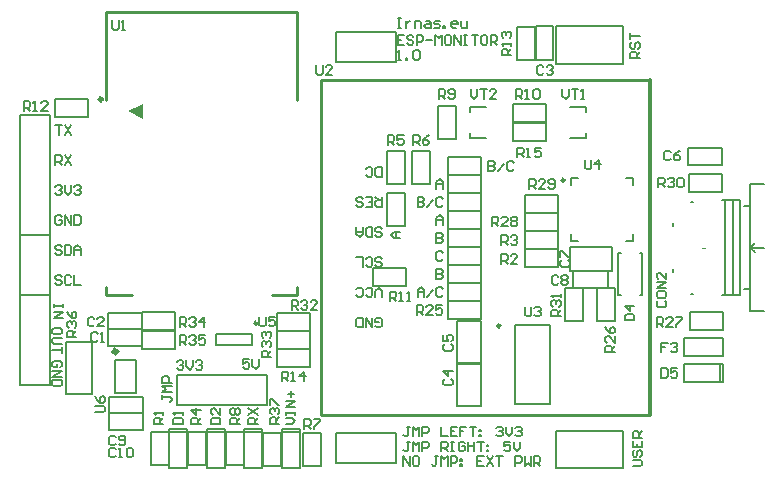
<source format=gto>
G04*
G04 #@! TF.GenerationSoftware,Altium Limited,Altium Designer,19.0.5 (141)*
G04*
G04 Layer_Color=65535*
%FSAX25Y25*%
%MOIN*%
G70*
G01*
G75*
%ADD10C,0.00984*%
%ADD11C,0.01575*%
%ADD12C,0.01181*%
%ADD13C,0.00394*%
%ADD14C,0.00787*%
%ADD15C,0.01000*%
%ADD16C,0.00315*%
%ADD17C,0.00709*%
G36*
X0397224Y0242284D02*
X0402224Y0239784D01*
Y0244783D01*
X0397224Y0242284D01*
D02*
G37*
D10*
X0440276Y0171634D02*
G03*
X0440276Y0171634I-0000492J0000000D01*
G01*
X0542658Y0219351D02*
G03*
X0542658Y0219351I-0000492J0000000D01*
G01*
X0521317Y0170786D02*
G03*
X0521317Y0170786I-0000492J0000000D01*
G01*
D11*
X0393541Y0162200D02*
G03*
X0393541Y0162200I-0000623J0000000D01*
G01*
D12*
X0388681Y0246319D02*
G03*
X0388681Y0246319I-0000591J0000000D01*
G01*
X0571260Y0141063D02*
Y0252716D01*
D13*
X0561753Y0179732D02*
G03*
X0561753Y0179732I-0000197J0000000D01*
G01*
D14*
X0489500Y0203953D02*
Y0214953D01*
X0483500D02*
X0489500D01*
X0483500Y0203953D02*
Y0214953D01*
Y0203953D02*
X0489500D01*
X0503785Y0227155D02*
X0514785D01*
X0503785Y0221155D02*
Y0227155D01*
Y0221155D02*
X0514785D01*
Y0227155D01*
X0503785Y0221155D02*
X0514785D01*
X0503785Y0215155D02*
Y0221155D01*
Y0215155D02*
X0514785D01*
Y0221155D01*
X0503785Y0215188D02*
X0514785D01*
X0503785Y0209188D02*
Y0215188D01*
Y0209188D02*
X0514785D01*
Y0215188D01*
X0503785Y0191217D02*
X0514785D01*
X0503785Y0185217D02*
Y0191217D01*
Y0185217D02*
X0514785D01*
Y0191217D01*
X0503785Y0185112D02*
X0514785D01*
X0503785Y0179112D02*
Y0185112D01*
Y0179112D02*
X0514785D01*
Y0185112D01*
X0401902Y0169567D02*
Y0175067D01*
X0390402D02*
X0401902D01*
X0390402Y0169567D02*
Y0175067D01*
Y0169567D02*
X0401902D01*
Y0164185D02*
Y0169685D01*
X0390402D02*
X0401902D01*
X0390402Y0164185D02*
Y0169685D01*
Y0164185D02*
X0401902D01*
X0402000Y0175229D02*
X0413000D01*
X0402000Y0169229D02*
Y0175229D01*
Y0169229D02*
X0413000D01*
Y0175229D01*
X0402000Y0169220D02*
X0413000D01*
X0402000Y0163221D02*
Y0169220D01*
Y0163221D02*
X0413000D01*
Y0169220D01*
X0447021Y0157100D02*
X0458021D01*
Y0163100D01*
X0447021D02*
X0458021D01*
X0447021Y0157100D02*
Y0163100D01*
Y0169024D02*
X0458021D01*
X0447021Y0163024D02*
Y0169024D01*
Y0163024D02*
X0458021D01*
Y0169024D01*
X0447021Y0175024D02*
X0458021D01*
X0447021Y0169024D02*
Y0175024D01*
Y0169024D02*
X0458021D01*
Y0175024D01*
X0426398Y0164252D02*
X0438602D01*
X0426398Y0168189D02*
X0438602D01*
X0426398Y0164252D02*
Y0168189D01*
X0438602Y0164252D02*
Y0168189D01*
X0443500Y0144500D02*
Y0154500D01*
X0413500Y0144500D02*
X0443500D01*
X0413500Y0154500D02*
X0443500D01*
X0413500Y0144500D02*
Y0154500D01*
X0392875Y0148464D02*
Y0159444D01*
Y0148464D02*
X0392918Y0148421D01*
X0399961D01*
Y0159444D01*
X0392875D02*
X0399961D01*
X0376369Y0147939D02*
Y0165261D01*
Y0147939D02*
X0385031D01*
Y0165261D01*
X0376369D02*
X0385031D01*
X0390744Y0141575D02*
Y0147075D01*
Y0141575D02*
X0402244D01*
Y0147075D01*
X0390744D02*
X0402244D01*
X0390744Y0136075D02*
Y0141575D01*
Y0136075D02*
X0402244D01*
Y0141575D01*
X0390744D02*
X0402244D01*
X0448468Y0136272D02*
X0454468D01*
X0448468Y0135272D02*
X0454468D01*
Y0123272D02*
Y0136272D01*
X0448468Y0123272D02*
X0454468D01*
X0448468D02*
Y0136272D01*
X0448225Y0124165D02*
Y0135165D01*
X0442226D02*
X0448225D01*
X0442226Y0124165D02*
Y0135165D01*
Y0124165D02*
X0448225D01*
X0435983Y0136370D02*
X0441983D01*
X0435983Y0135370D02*
X0441983D01*
Y0123370D02*
Y0136370D01*
X0435983Y0123370D02*
X0441983D01*
X0435983D02*
Y0136370D01*
X0435740Y0124370D02*
Y0135370D01*
X0429740D02*
X0435740D01*
X0429740Y0124370D02*
Y0135370D01*
Y0124370D02*
X0435740D01*
X0423497Y0136370D02*
X0429497D01*
X0423497Y0135370D02*
X0429497D01*
Y0123370D02*
Y0136370D01*
X0423497Y0123370D02*
X0429497D01*
X0423497D02*
Y0136370D01*
X0417254Y0124370D02*
Y0135370D01*
Y0124370D02*
X0423254D01*
Y0135370D01*
X0417254D02*
X0423254D01*
X0411011Y0136370D02*
X0417011D01*
X0411011Y0135370D02*
X0417011D01*
Y0123370D02*
Y0136370D01*
X0411011Y0123370D02*
X0417011D01*
X0411011D02*
Y0136370D01*
X0404768Y0124370D02*
Y0135370D01*
Y0124370D02*
X0410768D01*
Y0135370D01*
X0404768D02*
X0410768D01*
X0373000Y0240500D02*
X0384000D01*
Y0246500D01*
X0373000D02*
X0384000D01*
X0373000Y0240500D02*
Y0246500D01*
X0466380Y0258780D02*
X0486380D01*
Y0268779D01*
X0466380D02*
X0486380D01*
X0466380Y0258780D02*
Y0268779D01*
X0498000Y0218000D02*
Y0229000D01*
X0492000D02*
X0498000D01*
X0492000Y0218000D02*
Y0229000D01*
Y0218000D02*
X0498000D01*
X0489500D02*
Y0229000D01*
X0483500D02*
X0489500D01*
X0483500Y0218000D02*
Y0229000D01*
Y0218000D02*
X0489500D01*
X0525402Y0232329D02*
X0536402D01*
Y0238329D01*
X0525402D02*
X0536402D01*
X0525402Y0232329D02*
Y0238329D01*
X0511136Y0242077D02*
Y0243849D01*
Y0233402D02*
Y0235187D01*
Y0233416D02*
X0516451D01*
X0511136Y0243849D02*
X0516451D01*
X0525402Y0244595D02*
X0536402D01*
X0525402Y0238595D02*
Y0244595D01*
Y0238595D02*
X0536402D01*
Y0244595D01*
X0544421Y0197039D02*
X0558421D01*
X0544421Y0189039D02*
Y0197039D01*
Y0189039D02*
X0558421D01*
Y0197039D01*
X0529501Y0208521D02*
X0540501D01*
X0529501Y0202520D02*
Y0208521D01*
Y0202520D02*
X0540501D01*
Y0208521D01*
X0529501Y0214426D02*
X0540501D01*
X0529501Y0208426D02*
Y0214426D01*
Y0208426D02*
X0540501D01*
Y0214426D01*
X0529501Y0196500D02*
X0540501D01*
Y0202500D01*
X0529501D02*
X0540501D01*
X0529501Y0196500D02*
Y0202500D01*
Y0190315D02*
X0540501D01*
Y0196315D01*
X0529501D02*
X0540501D01*
X0529501Y0190315D02*
Y0196315D01*
X0545571Y0183470D02*
Y0188970D01*
Y0183470D02*
X0557071D01*
Y0188970D01*
X0545571D02*
X0557071D01*
X0559500Y0172500D02*
Y0183500D01*
X0553500D02*
X0559500D01*
X0553500Y0172500D02*
Y0183500D01*
Y0172500D02*
X0559500D01*
X0549000Y0172289D02*
Y0183289D01*
X0543000D02*
X0549000D01*
X0543000Y0172289D02*
Y0183289D01*
Y0172289D02*
X0549000D01*
X0567757Y0195087D02*
X0568544D01*
Y0180913D02*
Y0195087D01*
X0567757Y0180913D02*
X0568544D01*
X0560670D02*
X0561457D01*
X0560670D02*
Y0195087D01*
X0561457D01*
X0544725Y0199076D02*
X0547087D01*
X0544725D02*
Y0201438D01*
X0563229Y0199076D02*
X0565591D01*
Y0201438D01*
Y0217580D02*
Y0219942D01*
X0563229D02*
X0565591D01*
X0544725D02*
X0547087D01*
X0544725Y0217580D02*
Y0219942D01*
X0503785Y0209155D02*
X0514785D01*
X0503785Y0203155D02*
Y0209155D01*
Y0203155D02*
X0514785D01*
Y0209155D01*
X0503785Y0203000D02*
X0514785D01*
X0503785Y0197000D02*
Y0203000D01*
Y0197000D02*
X0514785D01*
Y0203000D01*
X0503785Y0197165D02*
X0514785D01*
X0503785Y0191165D02*
Y0197165D01*
Y0191165D02*
X0514785D01*
Y0197165D01*
X0503785Y0173146D02*
X0514785D01*
Y0179146D01*
X0503785D02*
X0514785D01*
X0503785Y0173146D02*
Y0179146D01*
X0526139Y0144605D02*
X0537951D01*
X0526139Y0170983D02*
X0537951D01*
Y0144605D02*
Y0170983D01*
X0526139Y0144605D02*
Y0170983D01*
X0506878Y0158229D02*
Y0172229D01*
Y0158229D02*
X0514878D01*
Y0172229D01*
X0506878D02*
X0514878D01*
Y0144120D02*
Y0158120D01*
X0506878D02*
X0514878D01*
X0506878Y0144120D02*
Y0158120D01*
Y0144120D02*
X0514878D01*
X0479000Y0189900D02*
X0490000D01*
X0479000Y0183900D02*
Y0189900D01*
Y0183900D02*
X0490000D01*
Y0189900D01*
X0466380Y0124921D02*
X0486380D01*
Y0134921D01*
X0466380D02*
X0486380D01*
X0466380Y0124921D02*
Y0134921D01*
X0455500Y0124000D02*
Y0135000D01*
Y0124000D02*
X0461500D01*
Y0135000D01*
X0455500D02*
X0461500D01*
X0539992Y0123272D02*
Y0135870D01*
Y0123272D02*
X0562039D01*
Y0135870D01*
X0539992D02*
X0562039D01*
X0584500Y0169441D02*
X0595500D01*
Y0175441D01*
X0584500D02*
X0595500D01*
X0584500Y0169441D02*
Y0175441D01*
X0582500Y0160739D02*
X0595500D01*
Y0165192D01*
X0582504Y0166645D02*
X0595500D01*
Y0165192D02*
Y0166645D01*
X0582504Y0160743D02*
Y0166645D01*
X0595500Y0152000D02*
Y0158000D01*
X0594500Y0152000D02*
Y0158000D01*
X0582500Y0152000D02*
X0595500D01*
X0582500D02*
Y0158000D01*
X0595500D01*
X0584226Y0215504D02*
X0595226D01*
Y0221504D01*
X0584226D02*
X0595226D01*
X0584226Y0215504D02*
Y0221504D01*
X0604532Y0218110D02*
X0609257D01*
X0604532Y0175591D02*
Y0218110D01*
Y0175591D02*
X0609257D01*
X0578745Y0203937D02*
Y0205118D01*
X0584847Y0181496D02*
X0585635D01*
X0601186Y0181102D02*
Y0212598D01*
X0595084Y0181102D02*
X0601186D01*
X0595084Y0212598D02*
X0601186D01*
X0596068Y0181102D02*
Y0212598D01*
X0598824Y0181102D02*
Y0212598D01*
X0584847Y0212205D02*
X0585635D01*
X0578745Y0188583D02*
Y0189764D01*
X0602564Y0210630D02*
X0604532D01*
X0602564Y0183071D02*
X0604532D01*
Y0196850D02*
X0609257D01*
X0604532D02*
X0606107Y0198425D01*
X0604532Y0196850D02*
X0606107Y0195276D01*
X0595226Y0224526D02*
Y0230026D01*
X0583726D02*
X0595226D01*
X0583726Y0224526D02*
Y0230026D01*
Y0224526D02*
X0595226D01*
X0549994Y0233416D02*
Y0235187D01*
Y0242077D02*
Y0243862D01*
X0544679Y0243849D02*
X0549994D01*
X0544679Y0233416D02*
X0549994D01*
X0539992Y0258189D02*
Y0270787D01*
Y0258189D02*
X0562039D01*
Y0270787D01*
X0539992D02*
X0562039D01*
X0533250Y0259250D02*
X0538750D01*
Y0270750D01*
X0533250D02*
X0538750D01*
X0533250Y0259250D02*
Y0270750D01*
X0533000Y0259500D02*
Y0270500D01*
X0527000D02*
X0533000D01*
X0527000Y0259500D02*
Y0270500D01*
Y0259500D02*
X0533000D01*
X0361142Y0201220D02*
X0371142D01*
X0361142D02*
Y0241220D01*
X0371142Y0201220D02*
Y0241220D01*
X0361142D02*
X0371142D01*
X0361142Y0181220D02*
Y0201220D01*
Y0181220D02*
X0371142D01*
Y0201220D01*
X0361142D02*
X0371142D01*
X0361142Y0181220D02*
X0371142D01*
Y0151221D02*
Y0181220D01*
X0361142Y0151221D02*
X0371142D01*
X0361142D02*
Y0181220D01*
X0500500Y0244132D02*
X0506500D01*
Y0233132D02*
Y0244132D01*
X0500500Y0233132D02*
X0506500D01*
X0500500D02*
Y0244132D01*
D15*
X0461457Y0252756D02*
X0571260D01*
X0461417Y0252716D02*
X0461417Y0140905D01*
X0461417Y0140945D02*
X0571260D01*
X0445105Y0180991D02*
X0453578D01*
X0389927D02*
X0398399D01*
X0389927Y0275240D02*
X0453578D01*
Y0180991D02*
Y0183558D01*
Y0245890D02*
Y0275240D01*
X0389927Y0180991D02*
Y0183557D01*
Y0245892D02*
Y0275240D01*
D16*
X0588587Y0196850D02*
X0589375D01*
D17*
X0489188Y0267637D02*
X0487089D01*
Y0264488D01*
X0489188D01*
X0487089Y0266062D02*
X0488138D01*
X0492336Y0267112D02*
X0491812Y0267637D01*
X0490762D01*
X0490237Y0267112D01*
Y0266587D01*
X0490762Y0266062D01*
X0491812D01*
X0492336Y0265538D01*
Y0265013D01*
X0491812Y0264488D01*
X0490762D01*
X0490237Y0265013D01*
X0493386Y0264488D02*
Y0267637D01*
X0494960D01*
X0495485Y0267112D01*
Y0266062D01*
X0494960Y0265538D01*
X0493386D01*
X0496534Y0266062D02*
X0498633D01*
X0499683Y0264488D02*
Y0267637D01*
X0500733Y0266587D01*
X0501782Y0267637D01*
Y0264488D01*
X0504406Y0267637D02*
X0503356D01*
X0502832Y0267112D01*
Y0265013D01*
X0503356Y0264488D01*
X0504406D01*
X0504931Y0265013D01*
Y0267112D01*
X0504406Y0267637D01*
X0505980Y0264488D02*
Y0267637D01*
X0508079Y0264488D01*
Y0267637D01*
X0509129D02*
X0510178D01*
X0509654D01*
Y0264488D01*
X0509129D01*
X0510178D01*
X0511753Y0267637D02*
X0513852D01*
X0512802D01*
Y0264488D01*
X0516475Y0267637D02*
X0515426D01*
X0514901Y0267112D01*
Y0265013D01*
X0515426Y0264488D01*
X0516475D01*
X0517000Y0265013D01*
Y0267112D01*
X0516475Y0267637D01*
X0518050Y0264488D02*
Y0267637D01*
X0519624D01*
X0520149Y0267112D01*
Y0266062D01*
X0519624Y0265538D01*
X0518050D01*
X0519099D02*
X0520149Y0264488D01*
X0487089Y0259488D02*
X0488138D01*
X0487613D01*
Y0262637D01*
X0487089Y0262112D01*
X0489712Y0259488D02*
Y0260013D01*
X0490237D01*
Y0259488D01*
X0489712D01*
X0492336Y0262112D02*
X0492861Y0262637D01*
X0493911D01*
X0494435Y0262112D01*
Y0260013D01*
X0493911Y0259488D01*
X0492861D01*
X0492336Y0260013D01*
Y0262112D01*
X0487089Y0273357D02*
X0488138D01*
X0487613D01*
Y0270209D01*
X0487089D01*
X0488138D01*
X0489712Y0272308D02*
Y0270209D01*
Y0271258D01*
X0490237Y0271783D01*
X0490762Y0272308D01*
X0491287D01*
X0492861Y0270209D02*
Y0272308D01*
X0494435D01*
X0494960Y0271783D01*
Y0270209D01*
X0496534Y0272308D02*
X0497584D01*
X0498109Y0271783D01*
Y0270209D01*
X0496534D01*
X0496010Y0270733D01*
X0496534Y0271258D01*
X0498109D01*
X0499158Y0270209D02*
X0500733D01*
X0501257Y0270733D01*
X0500733Y0271258D01*
X0499683D01*
X0499158Y0271783D01*
X0499683Y0272308D01*
X0501257D01*
X0502307Y0270209D02*
Y0270733D01*
X0502832D01*
Y0270209D01*
X0502307D01*
X0506505D02*
X0505455D01*
X0504931Y0270733D01*
Y0271783D01*
X0505455Y0272308D01*
X0506505D01*
X0507030Y0271783D01*
Y0271258D01*
X0504931D01*
X0508079Y0272308D02*
Y0270733D01*
X0508604Y0270209D01*
X0510178D01*
Y0272308D01*
X0488000Y0200000D02*
X0485901D01*
X0484851Y0201049D01*
X0485901Y0202099D01*
X0488000D01*
X0486426D01*
Y0200000D01*
X0517345Y0225649D02*
Y0222500D01*
X0518919D01*
X0519444Y0223025D01*
Y0223550D01*
X0518919Y0224074D01*
X0517345D01*
X0518919D01*
X0519444Y0224599D01*
Y0225124D01*
X0518919Y0225649D01*
X0517345D01*
X0520494Y0222500D02*
X0522593Y0224599D01*
X0525741Y0225124D02*
X0525216Y0225649D01*
X0524167D01*
X0523642Y0225124D01*
Y0223025D01*
X0524167Y0222500D01*
X0525216D01*
X0525741Y0223025D01*
X0500000Y0216466D02*
Y0218565D01*
X0501050Y0219614D01*
X0502099Y0218565D01*
Y0216466D01*
Y0218040D01*
X0500000D01*
X0493703Y0213620D02*
Y0210472D01*
X0495277D01*
X0495802Y0210996D01*
Y0211521D01*
X0495277Y0212046D01*
X0493703D01*
X0495277D01*
X0495802Y0212571D01*
Y0213095D01*
X0495277Y0213620D01*
X0493703D01*
X0496851Y0210472D02*
X0498950Y0212571D01*
X0502099Y0213095D02*
X0501574Y0213620D01*
X0500525D01*
X0500000Y0213095D01*
Y0210996D01*
X0500525Y0210472D01*
X0501574D01*
X0502099Y0210996D01*
X0500000Y0189643D02*
Y0186494D01*
X0501574D01*
X0502099Y0187019D01*
Y0187544D01*
X0501574Y0188069D01*
X0500000D01*
X0501574D01*
X0502099Y0188593D01*
Y0189118D01*
X0501574Y0189643D01*
X0500000D01*
X0493703Y0180500D02*
Y0182599D01*
X0494752Y0183649D01*
X0495802Y0182599D01*
Y0180500D01*
Y0182074D01*
X0493703D01*
X0496851Y0180500D02*
X0498950Y0182599D01*
X0502099Y0183124D02*
X0501574Y0183649D01*
X0500525D01*
X0500000Y0183124D01*
Y0181025D01*
X0500525Y0180500D01*
X0501574D01*
X0502099Y0181025D01*
X0408642Y0147599D02*
Y0146549D01*
Y0147074D01*
X0411265D01*
X0411790Y0146549D01*
Y0146025D01*
X0411265Y0145500D01*
X0411790Y0148649D02*
X0408642D01*
X0409691Y0149698D01*
X0408642Y0150748D01*
X0411790D01*
Y0151797D02*
X0408642D01*
Y0153372D01*
X0409166Y0153896D01*
X0410216D01*
X0410741Y0153372D01*
Y0151797D01*
X0489000Y0124165D02*
Y0127314D01*
X0491099Y0124165D01*
Y0127314D01*
X0493723D02*
X0492673D01*
X0492149Y0126789D01*
Y0124690D01*
X0492673Y0124165D01*
X0493723D01*
X0494248Y0124690D01*
Y0126789D01*
X0493723Y0127314D01*
X0500545D02*
X0499495D01*
X0500020D01*
Y0124690D01*
X0499495Y0124165D01*
X0498971D01*
X0498446Y0124690D01*
X0501594Y0124165D02*
Y0127314D01*
X0502644Y0126264D01*
X0503693Y0127314D01*
Y0124165D01*
X0504743D02*
Y0127314D01*
X0506317D01*
X0506842Y0126789D01*
Y0125740D01*
X0506317Y0125215D01*
X0504743D01*
X0507892Y0126264D02*
X0508416D01*
Y0125740D01*
X0507892D01*
Y0126264D01*
Y0124690D02*
X0508416D01*
Y0124165D01*
X0507892D01*
Y0124690D01*
X0515763Y0127314D02*
X0513664D01*
Y0124165D01*
X0515763D01*
X0513664Y0125740D02*
X0514713D01*
X0516813Y0127314D02*
X0518912Y0124165D01*
Y0127314D02*
X0516813Y0124165D01*
X0519961Y0127314D02*
X0522060D01*
X0521011D01*
Y0124165D01*
X0526258D02*
Y0127314D01*
X0527833D01*
X0528357Y0126789D01*
Y0125740D01*
X0527833Y0125215D01*
X0526258D01*
X0529407Y0127314D02*
Y0124165D01*
X0530456Y0125215D01*
X0531506Y0124165D01*
Y0127314D01*
X0532555Y0124165D02*
Y0127314D01*
X0534130D01*
X0534655Y0126789D01*
Y0125740D01*
X0534130Y0125215D01*
X0532555D01*
X0533605D02*
X0534655Y0124165D01*
X0491099Y0132149D02*
X0490050D01*
X0490574D01*
Y0129525D01*
X0490050Y0129000D01*
X0489525D01*
X0489000Y0129525D01*
X0492149Y0129000D02*
Y0132149D01*
X0493198Y0131099D01*
X0494248Y0132149D01*
Y0129000D01*
X0495297D02*
Y0132149D01*
X0496872D01*
X0497396Y0131624D01*
Y0130574D01*
X0496872Y0130050D01*
X0495297D01*
X0501594Y0129000D02*
Y0132149D01*
X0503169D01*
X0503693Y0131624D01*
Y0130574D01*
X0503169Y0130050D01*
X0501594D01*
X0502644D02*
X0503693Y0129000D01*
X0504743Y0132149D02*
X0505793D01*
X0505268D01*
Y0129000D01*
X0504743D01*
X0505793D01*
X0509466Y0131624D02*
X0508941Y0132149D01*
X0507892D01*
X0507367Y0131624D01*
Y0129525D01*
X0507892Y0129000D01*
X0508941D01*
X0509466Y0129525D01*
Y0130574D01*
X0508416D01*
X0510515Y0132149D02*
Y0129000D01*
Y0130574D01*
X0512614D01*
Y0132149D01*
Y0129000D01*
X0513664Y0132149D02*
X0515763D01*
X0514713D01*
Y0129000D01*
X0516813Y0131099D02*
X0517337D01*
Y0130574D01*
X0516813D01*
Y0131099D01*
Y0129525D02*
X0517337D01*
Y0129000D01*
X0516813D01*
Y0129525D01*
X0524684Y0132149D02*
X0522585D01*
Y0130574D01*
X0523634Y0131099D01*
X0524159D01*
X0524684Y0130574D01*
Y0129525D01*
X0524159Y0129000D01*
X0523110D01*
X0522585Y0129525D01*
X0525734Y0132149D02*
Y0130050D01*
X0526783Y0129000D01*
X0527833Y0130050D01*
Y0132149D01*
X0491099Y0137149D02*
X0490050D01*
X0490574D01*
Y0134525D01*
X0490050Y0134000D01*
X0489525D01*
X0489000Y0134525D01*
X0492149Y0134000D02*
Y0137149D01*
X0493198Y0136099D01*
X0494248Y0137149D01*
Y0134000D01*
X0495297D02*
Y0137149D01*
X0496872D01*
X0497396Y0136624D01*
Y0135574D01*
X0496872Y0135049D01*
X0495297D01*
X0501594Y0137149D02*
Y0134000D01*
X0503693D01*
X0506842Y0137149D02*
X0504743D01*
Y0134000D01*
X0506842D01*
X0504743Y0135574D02*
X0505793D01*
X0509991Y0137149D02*
X0507892D01*
Y0135574D01*
X0508941D01*
X0507892D01*
Y0134000D01*
X0511040Y0137149D02*
X0513139D01*
X0512090D01*
Y0134000D01*
X0514189Y0136099D02*
X0514713D01*
Y0135574D01*
X0514189D01*
Y0136099D01*
Y0134525D02*
X0514713D01*
Y0134000D01*
X0514189D01*
Y0134525D01*
X0519961Y0136624D02*
X0520486Y0137149D01*
X0521535D01*
X0522060Y0136624D01*
Y0136099D01*
X0521535Y0135574D01*
X0521011D01*
X0521535D01*
X0522060Y0135049D01*
Y0134525D01*
X0521535Y0134000D01*
X0520486D01*
X0519961Y0134525D01*
X0523110Y0137149D02*
Y0135049D01*
X0524159Y0134000D01*
X0525209Y0135049D01*
Y0137149D01*
X0526258Y0136624D02*
X0526783Y0137149D01*
X0527833D01*
X0528357Y0136624D01*
Y0136099D01*
X0527833Y0135574D01*
X0527308D01*
X0527833D01*
X0528357Y0135049D01*
Y0134525D01*
X0527833Y0134000D01*
X0526783D01*
X0526258Y0134525D01*
X0437599Y0159649D02*
X0435500D01*
Y0158074D01*
X0436550Y0158599D01*
X0437074D01*
X0437599Y0158074D01*
Y0157025D01*
X0437074Y0156500D01*
X0436025D01*
X0435500Y0157025D01*
X0438649Y0159649D02*
Y0157550D01*
X0439698Y0156500D01*
X0440748Y0157550D01*
Y0159649D01*
X0413500Y0158844D02*
X0414025Y0159369D01*
X0415074D01*
X0415599Y0158844D01*
Y0158320D01*
X0415074Y0157795D01*
X0414549D01*
X0415074D01*
X0415599Y0157270D01*
Y0156745D01*
X0415074Y0156220D01*
X0414025D01*
X0413500Y0156745D01*
X0416649Y0159369D02*
Y0157270D01*
X0417698Y0156220D01*
X0418748Y0157270D01*
Y0159369D01*
X0419797Y0158844D02*
X0420322Y0159369D01*
X0421372D01*
X0421896Y0158844D01*
Y0158320D01*
X0421372Y0157795D01*
X0420847D01*
X0421372D01*
X0421896Y0157270D01*
Y0156745D01*
X0421372Y0156220D01*
X0420322D01*
X0419797Y0156745D01*
X0460000Y0257649D02*
Y0255025D01*
X0460525Y0254500D01*
X0461574D01*
X0462099Y0255025D01*
Y0257649D01*
X0465248Y0254500D02*
X0463149D01*
X0465248Y0256599D01*
Y0257124D01*
X0464723Y0257649D01*
X0463673D01*
X0463149Y0257124D01*
X0479650Y0170851D02*
X0480174Y0170326D01*
X0481224D01*
X0481749Y0170851D01*
Y0172950D01*
X0481224Y0173475D01*
X0480174D01*
X0479650Y0172950D01*
Y0171900D01*
X0480699D01*
X0478600Y0173475D02*
Y0170326D01*
X0476501Y0173475D01*
Y0170326D01*
X0475452D02*
Y0173475D01*
X0473877D01*
X0473353Y0172950D01*
Y0170851D01*
X0473877Y0170326D01*
X0475452D01*
X0481749Y0180366D02*
Y0182465D01*
X0480699Y0183515D01*
X0479650Y0182465D01*
Y0180366D01*
X0476501Y0180891D02*
X0477026Y0180366D01*
X0478076D01*
X0478600Y0180891D01*
Y0182990D01*
X0478076Y0183515D01*
X0477026D01*
X0476501Y0182990D01*
X0473353Y0180891D02*
X0473877Y0180366D01*
X0474927D01*
X0475452Y0180891D01*
Y0182990D01*
X0474927Y0183515D01*
X0473877D01*
X0473353Y0182990D01*
X0479650Y0190931D02*
X0480174Y0190406D01*
X0481224D01*
X0481749Y0190931D01*
Y0191456D01*
X0481224Y0191981D01*
X0480174D01*
X0479650Y0192505D01*
Y0193030D01*
X0480174Y0193555D01*
X0481224D01*
X0481749Y0193030D01*
X0476501Y0190931D02*
X0477026Y0190406D01*
X0478076D01*
X0478600Y0190931D01*
Y0193030D01*
X0478076Y0193555D01*
X0477026D01*
X0476501Y0193030D01*
X0475452Y0190406D02*
Y0193555D01*
X0473353D01*
X0479650Y0200971D02*
X0480174Y0200446D01*
X0481224D01*
X0481749Y0200971D01*
Y0201496D01*
X0481224Y0202021D01*
X0480174D01*
X0479650Y0202545D01*
Y0203070D01*
X0480174Y0203595D01*
X0481224D01*
X0481749Y0203070D01*
X0478600Y0200446D02*
Y0203595D01*
X0477026D01*
X0476501Y0203070D01*
Y0200971D01*
X0477026Y0200446D01*
X0478600D01*
X0475452Y0203595D02*
Y0201496D01*
X0474402Y0200446D01*
X0473353Y0201496D01*
Y0203595D01*
Y0202021D01*
X0475452D01*
X0481749Y0213635D02*
Y0210486D01*
X0480174D01*
X0479650Y0211011D01*
Y0212060D01*
X0480174Y0212585D01*
X0481749D01*
X0480699D02*
X0479650Y0213635D01*
X0476501Y0210486D02*
X0478600D01*
Y0213635D01*
X0476501D01*
X0478600Y0212060D02*
X0477551D01*
X0473353Y0211011D02*
X0473877Y0210486D01*
X0474927D01*
X0475452Y0211011D01*
Y0211536D01*
X0474927Y0212060D01*
X0473877D01*
X0473353Y0212585D01*
Y0213110D01*
X0473877Y0213635D01*
X0474927D01*
X0475452Y0213110D01*
X0481749Y0220526D02*
Y0223675D01*
X0480174D01*
X0479650Y0223150D01*
Y0221051D01*
X0480174Y0220526D01*
X0481749D01*
X0476501Y0221051D02*
X0477026Y0220526D01*
X0478076D01*
X0478600Y0221051D01*
Y0223150D01*
X0478076Y0223675D01*
X0477026D01*
X0476501Y0223150D01*
X0374624Y0156901D02*
X0375149Y0157426D01*
Y0158475D01*
X0374624Y0159000D01*
X0372525D01*
X0372000Y0158475D01*
Y0157426D01*
X0372525Y0156901D01*
X0373574D01*
Y0157950D01*
X0372000Y0155851D02*
X0375149D01*
X0372000Y0153752D01*
X0375149D01*
Y0152703D02*
X0372000D01*
Y0151128D01*
X0372525Y0150604D01*
X0374624D01*
X0375149Y0151128D01*
Y0152703D01*
Y0168426D02*
Y0169475D01*
X0374624Y0170000D01*
X0372525D01*
X0372000Y0169475D01*
Y0168426D01*
X0372525Y0167901D01*
X0374624D01*
X0375149Y0168426D01*
Y0166851D02*
X0372525D01*
X0372000Y0166327D01*
Y0165277D01*
X0372525Y0164752D01*
X0375149D01*
Y0163703D02*
Y0161604D01*
Y0162653D01*
X0372000D01*
X0375649Y0178000D02*
Y0176951D01*
Y0177475D01*
X0372500D01*
Y0178000D01*
Y0176951D01*
Y0175376D02*
X0375649D01*
X0372500Y0173277D01*
X0375649D01*
X0375099Y0187124D02*
X0374574Y0187649D01*
X0373525D01*
X0373000Y0187124D01*
Y0186599D01*
X0373525Y0186074D01*
X0374574D01*
X0375099Y0185549D01*
Y0185025D01*
X0374574Y0184500D01*
X0373525D01*
X0373000Y0185025D01*
X0378248Y0187124D02*
X0377723Y0187649D01*
X0376673D01*
X0376149Y0187124D01*
Y0185025D01*
X0376673Y0184500D01*
X0377723D01*
X0378248Y0185025D01*
X0379297Y0187649D02*
Y0184500D01*
X0381396D01*
X0375099Y0197124D02*
X0374574Y0197649D01*
X0373525D01*
X0373000Y0197124D01*
Y0196599D01*
X0373525Y0196074D01*
X0374574D01*
X0375099Y0195549D01*
Y0195025D01*
X0374574Y0194500D01*
X0373525D01*
X0373000Y0195025D01*
X0376149Y0197649D02*
Y0194500D01*
X0377723D01*
X0378248Y0195025D01*
Y0197124D01*
X0377723Y0197649D01*
X0376149D01*
X0379297Y0194500D02*
Y0196599D01*
X0380347Y0197649D01*
X0381396Y0196599D01*
Y0194500D01*
Y0196074D01*
X0379297D01*
X0373000Y0237649D02*
X0375099D01*
X0374049D01*
Y0234500D01*
X0376149Y0237649D02*
X0378248Y0234500D01*
Y0237649D02*
X0376149Y0234500D01*
X0373000Y0224500D02*
Y0227649D01*
X0374574D01*
X0375099Y0227124D01*
Y0226074D01*
X0374574Y0225550D01*
X0373000D01*
X0374049D02*
X0375099Y0224500D01*
X0376149Y0227649D02*
X0378248Y0224500D01*
Y0227649D02*
X0376149Y0224500D01*
X0373000Y0217124D02*
X0373525Y0217649D01*
X0374574D01*
X0375099Y0217124D01*
Y0216599D01*
X0374574Y0216074D01*
X0374049D01*
X0374574D01*
X0375099Y0215549D01*
Y0215025D01*
X0374574Y0214500D01*
X0373525D01*
X0373000Y0215025D01*
X0376149Y0217649D02*
Y0215549D01*
X0377198Y0214500D01*
X0378248Y0215549D01*
Y0217649D01*
X0379297Y0217124D02*
X0379822Y0217649D01*
X0380872D01*
X0381396Y0217124D01*
Y0216599D01*
X0380872Y0216074D01*
X0380347D01*
X0380872D01*
X0381396Y0215549D01*
Y0215025D01*
X0380872Y0214500D01*
X0379822D01*
X0379297Y0215025D01*
X0375099Y0207124D02*
X0374574Y0207649D01*
X0373525D01*
X0373000Y0207124D01*
Y0205025D01*
X0373525Y0204500D01*
X0374574D01*
X0375099Y0205025D01*
Y0206074D01*
X0374049D01*
X0376149Y0204500D02*
Y0207649D01*
X0378248Y0204500D01*
Y0207649D01*
X0379297D02*
Y0204500D01*
X0380872D01*
X0381396Y0205025D01*
Y0207124D01*
X0380872Y0207649D01*
X0379297D01*
X0385949Y0173199D02*
X0385424Y0173724D01*
X0384375D01*
X0383850Y0173199D01*
Y0171100D01*
X0384375Y0170575D01*
X0385424D01*
X0385949Y0171100D01*
X0389098Y0170575D02*
X0386999D01*
X0389098Y0172674D01*
Y0173199D01*
X0388573Y0173724D01*
X0387524D01*
X0386999Y0173199D01*
X0387099Y0168124D02*
X0386574Y0168649D01*
X0385525D01*
X0385000Y0168124D01*
Y0166025D01*
X0385525Y0165500D01*
X0386574D01*
X0387099Y0166025D01*
X0388149Y0165500D02*
X0389198D01*
X0388673D01*
Y0168649D01*
X0388149Y0168124D01*
X0414500Y0170500D02*
Y0173649D01*
X0416074D01*
X0416599Y0173124D01*
Y0172074D01*
X0416074Y0171549D01*
X0414500D01*
X0415550D02*
X0416599Y0170500D01*
X0417649Y0173124D02*
X0418173Y0173649D01*
X0419223D01*
X0419748Y0173124D01*
Y0172599D01*
X0419223Y0172074D01*
X0418698D01*
X0419223D01*
X0419748Y0171549D01*
Y0171025D01*
X0419223Y0170500D01*
X0418173D01*
X0417649Y0171025D01*
X0422371Y0170500D02*
Y0173649D01*
X0420797Y0172074D01*
X0422896D01*
X0414500Y0164500D02*
Y0167649D01*
X0416074D01*
X0416599Y0167124D01*
Y0166074D01*
X0416074Y0165550D01*
X0414500D01*
X0415550D02*
X0416599Y0164500D01*
X0417649Y0167124D02*
X0418173Y0167649D01*
X0419223D01*
X0419748Y0167124D01*
Y0166599D01*
X0419223Y0166074D01*
X0418698D01*
X0419223D01*
X0419748Y0165550D01*
Y0165025D01*
X0419223Y0164500D01*
X0418173D01*
X0417649Y0165025D01*
X0422896Y0167649D02*
X0420797D01*
Y0166074D01*
X0421847Y0166599D01*
X0422371D01*
X0422896Y0166074D01*
Y0165025D01*
X0422371Y0164500D01*
X0421322D01*
X0420797Y0165025D01*
X0448500Y0152368D02*
Y0155517D01*
X0450074D01*
X0450599Y0154992D01*
Y0153942D01*
X0450074Y0153417D01*
X0448500D01*
X0449549D02*
X0450599Y0152368D01*
X0451649D02*
X0452698D01*
X0452173D01*
Y0155517D01*
X0451649Y0154992D01*
X0455847Y0152368D02*
Y0155517D01*
X0454272Y0153942D01*
X0456371D01*
X0444882Y0160427D02*
X0441733D01*
Y0162001D01*
X0442258Y0162526D01*
X0443308D01*
X0443832Y0162001D01*
Y0160427D01*
Y0161476D02*
X0444882Y0162526D01*
X0442258Y0163575D02*
X0441733Y0164100D01*
Y0165150D01*
X0442258Y0165674D01*
X0442783D01*
X0443308Y0165150D01*
Y0164625D01*
Y0165150D01*
X0443832Y0165674D01*
X0444357D01*
X0444882Y0165150D01*
Y0164100D01*
X0444357Y0163575D01*
X0442258Y0166724D02*
X0441733Y0167249D01*
Y0168298D01*
X0442258Y0168823D01*
X0442783D01*
X0443308Y0168298D01*
Y0167773D01*
Y0168298D01*
X0443832Y0168823D01*
X0444357D01*
X0444882Y0168298D01*
Y0167249D01*
X0444357Y0166724D01*
X0451772Y0176221D02*
Y0179369D01*
X0453346D01*
X0453871Y0178844D01*
Y0177795D01*
X0453346Y0177270D01*
X0451772D01*
X0452821D02*
X0453871Y0176221D01*
X0454920Y0178844D02*
X0455445Y0179369D01*
X0456495D01*
X0457019Y0178844D01*
Y0178320D01*
X0456495Y0177795D01*
X0455970D01*
X0456495D01*
X0457019Y0177270D01*
Y0176745D01*
X0456495Y0176221D01*
X0455445D01*
X0454920Y0176745D01*
X0460168Y0176221D02*
X0458069D01*
X0460168Y0178320D01*
Y0178844D01*
X0459643Y0179369D01*
X0458594D01*
X0458069Y0178844D01*
X0440937Y0173797D02*
Y0171174D01*
X0441462Y0170649D01*
X0442512D01*
X0443036Y0171174D01*
Y0173797D01*
X0446185D02*
X0444086D01*
Y0172223D01*
X0445135Y0172748D01*
X0445660D01*
X0446185Y0172223D01*
Y0171174D01*
X0445660Y0170649D01*
X0444611D01*
X0444086Y0171174D01*
X0386351Y0142000D02*
X0388975D01*
X0389500Y0142525D01*
Y0143574D01*
X0388975Y0144099D01*
X0386351D01*
Y0147248D02*
X0386876Y0146198D01*
X0387926Y0145149D01*
X0388975D01*
X0389500Y0145673D01*
Y0146723D01*
X0388975Y0147248D01*
X0388451D01*
X0387926Y0146723D01*
Y0145149D01*
X0380000Y0167024D02*
X0376851D01*
Y0168599D01*
X0377376Y0169123D01*
X0378426D01*
X0378951Y0168599D01*
Y0167024D01*
Y0168074D02*
X0380000Y0169123D01*
X0377376Y0170173D02*
X0376851Y0170698D01*
Y0171747D01*
X0377376Y0172272D01*
X0377901D01*
X0378426Y0171747D01*
Y0171222D01*
Y0171747D01*
X0378951Y0172272D01*
X0379475D01*
X0380000Y0171747D01*
Y0170698D01*
X0379475Y0170173D01*
X0376851Y0175421D02*
X0377376Y0174371D01*
X0378426Y0173322D01*
X0379475D01*
X0380000Y0173846D01*
Y0174896D01*
X0379475Y0175421D01*
X0378951D01*
X0378426Y0174896D01*
Y0173322D01*
X0393099Y0133624D02*
X0392574Y0134149D01*
X0391525D01*
X0391000Y0133624D01*
Y0131525D01*
X0391525Y0131000D01*
X0392574D01*
X0393099Y0131525D01*
X0394149D02*
X0394673Y0131000D01*
X0395723D01*
X0396248Y0131525D01*
Y0133624D01*
X0395723Y0134149D01*
X0394673D01*
X0394149Y0133624D01*
Y0133099D01*
X0394673Y0132574D01*
X0396248D01*
X0393099Y0129624D02*
X0392574Y0130149D01*
X0391525D01*
X0391000Y0129624D01*
Y0127525D01*
X0391525Y0127000D01*
X0392574D01*
X0393099Y0127525D01*
X0394149Y0127000D02*
X0395198D01*
X0394673D01*
Y0130149D01*
X0394149Y0129624D01*
X0396772D02*
X0397297Y0130149D01*
X0398347D01*
X0398871Y0129624D01*
Y0127525D01*
X0398347Y0127000D01*
X0397297D01*
X0396772Y0127525D01*
Y0129624D01*
X0449851Y0138000D02*
X0451951D01*
X0453000Y0139049D01*
X0451951Y0140099D01*
X0449851D01*
Y0141149D02*
Y0142198D01*
Y0141673D01*
X0453000D01*
Y0141149D01*
Y0142198D01*
Y0143772D02*
X0449851D01*
X0453000Y0145871D01*
X0449851D01*
X0451426Y0146921D02*
Y0149020D01*
X0450376Y0147970D02*
X0452475D01*
X0447675Y0138151D02*
X0444526D01*
Y0139725D01*
X0445051Y0140250D01*
X0446100D01*
X0446625Y0139725D01*
Y0138151D01*
Y0139200D02*
X0447675Y0140250D01*
X0445051Y0141299D02*
X0444526Y0141824D01*
Y0142874D01*
X0445051Y0143398D01*
X0445576D01*
X0446100Y0142874D01*
Y0142349D01*
Y0142874D01*
X0446625Y0143398D01*
X0447150D01*
X0447675Y0142874D01*
Y0141824D01*
X0447150Y0141299D01*
X0444526Y0144448D02*
Y0146547D01*
X0445051D01*
X0447150Y0144448D01*
X0447675D01*
X0440500Y0138000D02*
X0437351D01*
Y0139574D01*
X0437876Y0140099D01*
X0438926D01*
X0439451Y0139574D01*
Y0138000D01*
Y0139049D02*
X0440500Y0140099D01*
X0437351Y0141149D02*
X0440500Y0143248D01*
X0437351D02*
X0440500Y0141149D01*
X0434500Y0138000D02*
X0431351D01*
Y0139574D01*
X0431876Y0140099D01*
X0432926D01*
X0433451Y0139574D01*
Y0138000D01*
Y0139049D02*
X0434500Y0140099D01*
X0431876Y0141149D02*
X0431351Y0141673D01*
Y0142723D01*
X0431876Y0143248D01*
X0432401D01*
X0432926Y0142723D01*
X0433451Y0143248D01*
X0433975D01*
X0434500Y0142723D01*
Y0141673D01*
X0433975Y0141149D01*
X0433451D01*
X0432926Y0141673D01*
X0432401Y0141149D01*
X0431876D01*
X0432926Y0141673D02*
Y0142723D01*
X0424851Y0138000D02*
X0428000D01*
Y0139574D01*
X0427475Y0140099D01*
X0425376D01*
X0424851Y0139574D01*
Y0138000D01*
X0428000Y0143248D02*
Y0141149D01*
X0425901Y0143248D01*
X0425376D01*
X0424851Y0142723D01*
Y0141673D01*
X0425376Y0141149D01*
X0421500Y0138000D02*
X0418351D01*
Y0139574D01*
X0418876Y0140099D01*
X0419926D01*
X0420450Y0139574D01*
Y0138000D01*
Y0139049D02*
X0421500Y0140099D01*
Y0142723D02*
X0418351D01*
X0419926Y0141149D01*
Y0143248D01*
X0412351Y0138000D02*
X0415500D01*
Y0139574D01*
X0414975Y0140099D01*
X0412876D01*
X0412351Y0139574D01*
Y0138000D01*
X0415500Y0141149D02*
Y0142198D01*
Y0141673D01*
X0412351D01*
X0412876Y0141149D01*
X0409000Y0138000D02*
X0405851D01*
Y0139574D01*
X0406376Y0140099D01*
X0407426D01*
X0407950Y0139574D01*
Y0138000D01*
Y0139049D02*
X0409000Y0140099D01*
Y0141149D02*
Y0142198D01*
Y0141673D01*
X0405851D01*
X0406376Y0141149D01*
X0362500Y0242500D02*
Y0245649D01*
X0364074D01*
X0364599Y0245124D01*
Y0244074D01*
X0364074Y0243549D01*
X0362500D01*
X0363549D02*
X0364599Y0242500D01*
X0365649D02*
X0366698D01*
X0366173D01*
Y0245649D01*
X0365649Y0245124D01*
X0370372Y0242500D02*
X0368272D01*
X0370372Y0244599D01*
Y0245124D01*
X0369847Y0245649D01*
X0368797D01*
X0368272Y0245124D01*
X0392000Y0272649D02*
Y0270025D01*
X0392525Y0269500D01*
X0393574D01*
X0394099Y0270025D01*
Y0272649D01*
X0395149Y0269500D02*
X0396198D01*
X0395673D01*
Y0272649D01*
X0395149Y0272124D01*
X0492300Y0231100D02*
Y0234249D01*
X0493874D01*
X0494399Y0233724D01*
Y0232674D01*
X0493874Y0232150D01*
X0492300D01*
X0493350D02*
X0494399Y0231100D01*
X0497548Y0234249D02*
X0496498Y0233724D01*
X0495449Y0232674D01*
Y0231625D01*
X0495973Y0231100D01*
X0497023D01*
X0497548Y0231625D01*
Y0232150D01*
X0497023Y0232674D01*
X0495449D01*
X0483800Y0231100D02*
Y0234249D01*
X0485374D01*
X0485899Y0233724D01*
Y0232674D01*
X0485374Y0232150D01*
X0483800D01*
X0484850D02*
X0485899Y0231100D01*
X0489048Y0234249D02*
X0486949D01*
Y0232674D01*
X0487998Y0233199D01*
X0488523D01*
X0489048Y0232674D01*
Y0231625D01*
X0488523Y0231100D01*
X0487473D01*
X0486949Y0231625D01*
X0527000Y0227000D02*
Y0230149D01*
X0528574D01*
X0529099Y0229624D01*
Y0228574D01*
X0528574Y0228049D01*
X0527000D01*
X0528050D02*
X0529099Y0227000D01*
X0530149D02*
X0531198D01*
X0530673D01*
Y0230149D01*
X0530149Y0229624D01*
X0534871Y0230149D02*
X0532772D01*
Y0228574D01*
X0533822Y0229099D01*
X0534347D01*
X0534871Y0228574D01*
Y0227525D01*
X0534347Y0227000D01*
X0533297D01*
X0532772Y0227525D01*
X0511500Y0249649D02*
Y0247550D01*
X0512549Y0246500D01*
X0513599Y0247550D01*
Y0249649D01*
X0514649D02*
X0516748D01*
X0515698D01*
Y0246500D01*
X0519896D02*
X0517797D01*
X0519896Y0248599D01*
Y0249124D01*
X0519372Y0249649D01*
X0518322D01*
X0517797Y0249124D01*
X0526500Y0246500D02*
Y0249649D01*
X0528074D01*
X0528599Y0249124D01*
Y0248074D01*
X0528074Y0247550D01*
X0526500D01*
X0527550D02*
X0528599Y0246500D01*
X0529649D02*
X0530698D01*
X0530173D01*
Y0249649D01*
X0529649Y0249124D01*
X0532272D02*
X0532797Y0249649D01*
X0533847D01*
X0534372Y0249124D01*
Y0247025D01*
X0533847Y0246500D01*
X0532797D01*
X0532272Y0247025D01*
Y0249124D01*
X0541876Y0192599D02*
X0541351Y0192074D01*
Y0191025D01*
X0541876Y0190500D01*
X0543975D01*
X0544500Y0191025D01*
Y0192074D01*
X0543975Y0192599D01*
X0541351Y0193649D02*
Y0195748D01*
X0541876D01*
X0543975Y0193649D01*
X0544500D01*
X0518500Y0204000D02*
Y0207149D01*
X0520074D01*
X0520599Y0206624D01*
Y0205574D01*
X0520074Y0205049D01*
X0518500D01*
X0519550D02*
X0520599Y0204000D01*
X0523748D02*
X0521649D01*
X0523748Y0206099D01*
Y0206624D01*
X0523223Y0207149D01*
X0522173D01*
X0521649Y0206624D01*
X0524797D02*
X0525322Y0207149D01*
X0526371D01*
X0526896Y0206624D01*
Y0206099D01*
X0526371Y0205574D01*
X0526896Y0205049D01*
Y0204525D01*
X0526371Y0204000D01*
X0525322D01*
X0524797Y0204525D01*
Y0205049D01*
X0525322Y0205574D01*
X0524797Y0206099D01*
Y0206624D01*
X0525322Y0205574D02*
X0526371D01*
X0531000Y0216500D02*
Y0219649D01*
X0532574D01*
X0533099Y0219124D01*
Y0218074D01*
X0532574Y0217549D01*
X0531000D01*
X0532050D02*
X0533099Y0216500D01*
X0536248D02*
X0534149D01*
X0536248Y0218599D01*
Y0219124D01*
X0535723Y0219649D01*
X0534673D01*
X0534149Y0219124D01*
X0537297Y0217025D02*
X0537822Y0216500D01*
X0538871D01*
X0539396Y0217025D01*
Y0219124D01*
X0538871Y0219649D01*
X0537822D01*
X0537297Y0219124D01*
Y0218599D01*
X0537822Y0218074D01*
X0539396D01*
X0521649Y0197750D02*
Y0200899D01*
X0523223D01*
X0523748Y0200374D01*
Y0199324D01*
X0523223Y0198800D01*
X0521649D01*
X0522698D02*
X0523748Y0197750D01*
X0524797Y0200374D02*
X0525322Y0200899D01*
X0526371D01*
X0526896Y0200374D01*
Y0199849D01*
X0526371Y0199324D01*
X0525847D01*
X0526371D01*
X0526896Y0198800D01*
Y0198275D01*
X0526371Y0197750D01*
X0525322D01*
X0524797Y0198275D01*
X0521649Y0191500D02*
Y0194649D01*
X0523223D01*
X0523748Y0194124D01*
Y0193074D01*
X0523223Y0192550D01*
X0521649D01*
X0522698D02*
X0523748Y0191500D01*
X0526896D02*
X0524797D01*
X0526896Y0193599D01*
Y0194124D01*
X0526371Y0194649D01*
X0525322D01*
X0524797Y0194124D01*
X0540599Y0187124D02*
X0540074Y0187649D01*
X0539025D01*
X0538500Y0187124D01*
Y0185025D01*
X0539025Y0184500D01*
X0540074D01*
X0540599Y0185025D01*
X0541649Y0187124D02*
X0542173Y0187649D01*
X0543223D01*
X0543748Y0187124D01*
Y0186599D01*
X0543223Y0186074D01*
X0543748Y0185549D01*
Y0185025D01*
X0543223Y0184500D01*
X0542173D01*
X0541649Y0185025D01*
Y0185549D01*
X0542173Y0186074D01*
X0541649Y0186599D01*
Y0187124D01*
X0542173Y0186074D02*
X0543223D01*
X0559500Y0162000D02*
X0556351D01*
Y0163574D01*
X0556876Y0164099D01*
X0557926D01*
X0558451Y0163574D01*
Y0162000D01*
Y0163049D02*
X0559500Y0164099D01*
Y0167248D02*
Y0165149D01*
X0557401Y0167248D01*
X0556876D01*
X0556351Y0166723D01*
Y0165673D01*
X0556876Y0165149D01*
X0556351Y0170396D02*
X0556876Y0169347D01*
X0557926Y0168297D01*
X0558975D01*
X0559500Y0168822D01*
Y0169871D01*
X0558975Y0170396D01*
X0558451D01*
X0557926Y0169871D01*
Y0168297D01*
X0541500Y0174000D02*
X0538351D01*
Y0175574D01*
X0538876Y0176099D01*
X0539926D01*
X0540450Y0175574D01*
Y0174000D01*
Y0175049D02*
X0541500Y0176099D01*
X0538876Y0177149D02*
X0538351Y0177673D01*
Y0178723D01*
X0538876Y0179248D01*
X0539401D01*
X0539926Y0178723D01*
Y0178198D01*
Y0178723D01*
X0540450Y0179248D01*
X0540975D01*
X0541500Y0178723D01*
Y0177673D01*
X0540975Y0177149D01*
X0541500Y0180297D02*
Y0181347D01*
Y0180822D01*
X0538351D01*
X0538876Y0180297D01*
X0562851Y0172615D02*
X0566000D01*
Y0174189D01*
X0565475Y0174714D01*
X0563376D01*
X0562851Y0174189D01*
Y0172615D01*
X0566000Y0177338D02*
X0562851D01*
X0564426Y0175764D01*
Y0177863D01*
X0549500Y0226149D02*
Y0223525D01*
X0550025Y0223000D01*
X0551074D01*
X0551599Y0223525D01*
Y0226149D01*
X0554223Y0223000D02*
Y0226149D01*
X0552649Y0224574D01*
X0554748D01*
X0500000Y0204477D02*
Y0206576D01*
X0501050Y0207626D01*
X0502099Y0206576D01*
Y0204477D01*
Y0206051D01*
X0500000D01*
Y0201631D02*
Y0198483D01*
X0501574D01*
X0502099Y0199008D01*
Y0199532D01*
X0501574Y0200057D01*
X0500000D01*
X0501574D01*
X0502099Y0200582D01*
Y0201107D01*
X0501574Y0201631D01*
X0500000D01*
X0502099Y0195112D02*
X0501574Y0195637D01*
X0500525D01*
X0500000Y0195112D01*
Y0193013D01*
X0500525Y0192489D01*
X0501574D01*
X0502099Y0193013D01*
X0493503Y0174500D02*
Y0177649D01*
X0495077D01*
X0495602Y0177124D01*
Y0176074D01*
X0495077Y0175549D01*
X0493503D01*
X0494553D02*
X0495602Y0174500D01*
X0498751D02*
X0496652D01*
X0498751Y0176599D01*
Y0177124D01*
X0498226Y0177649D01*
X0497176D01*
X0496652Y0177124D01*
X0501899Y0177649D02*
X0499800D01*
Y0176074D01*
X0500850Y0176599D01*
X0501374D01*
X0501899Y0176074D01*
Y0175025D01*
X0501374Y0174500D01*
X0500325D01*
X0499800Y0175025D01*
X0529500Y0177149D02*
Y0174525D01*
X0530025Y0174000D01*
X0531074D01*
X0531599Y0174525D01*
Y0177149D01*
X0532649Y0176624D02*
X0533173Y0177149D01*
X0534223D01*
X0534748Y0176624D01*
Y0176099D01*
X0534223Y0175574D01*
X0533698D01*
X0534223D01*
X0534748Y0175049D01*
Y0174525D01*
X0534223Y0174000D01*
X0533173D01*
X0532649Y0174525D01*
X0502876Y0164599D02*
X0502351Y0164074D01*
Y0163025D01*
X0502876Y0162500D01*
X0504975D01*
X0505500Y0163025D01*
Y0164074D01*
X0504975Y0164599D01*
X0502351Y0167748D02*
Y0165649D01*
X0503926D01*
X0503401Y0166698D01*
Y0167223D01*
X0503926Y0167748D01*
X0504975D01*
X0505500Y0167223D01*
Y0166173D01*
X0504975Y0165649D01*
X0502876Y0152990D02*
X0502351Y0152466D01*
Y0151416D01*
X0502876Y0150891D01*
X0504975D01*
X0505500Y0151416D01*
Y0152466D01*
X0504975Y0152990D01*
X0505500Y0155614D02*
X0502351D01*
X0503926Y0154040D01*
Y0156139D01*
X0484500Y0179024D02*
Y0182173D01*
X0486074D01*
X0486599Y0181648D01*
Y0180598D01*
X0486074Y0180074D01*
X0484500D01*
X0485549D02*
X0486599Y0179024D01*
X0487649D02*
X0488698D01*
X0488173D01*
Y0182173D01*
X0487649Y0181648D01*
X0490272Y0179024D02*
X0491322D01*
X0490797D01*
Y0182173D01*
X0490272Y0181648D01*
X0456000Y0136500D02*
Y0139649D01*
X0457574D01*
X0458099Y0139124D01*
Y0138074D01*
X0457574Y0137549D01*
X0456000D01*
X0457050D02*
X0458099Y0136500D01*
X0459149Y0139649D02*
X0461248D01*
Y0139124D01*
X0459149Y0137025D01*
Y0136500D01*
X0565387Y0124016D02*
X0568011D01*
X0568535Y0124540D01*
Y0125590D01*
X0568011Y0126115D01*
X0565387D01*
X0565912Y0129263D02*
X0565387Y0128739D01*
Y0127689D01*
X0565912Y0127164D01*
X0566436D01*
X0566961Y0127689D01*
Y0128739D01*
X0567486Y0129263D01*
X0568011D01*
X0568535Y0128739D01*
Y0127689D01*
X0568011Y0127164D01*
X0565387Y0132412D02*
Y0130313D01*
X0568535D01*
Y0132412D01*
X0566961Y0130313D02*
Y0131362D01*
X0568535Y0133461D02*
X0565387D01*
Y0135036D01*
X0565912Y0135561D01*
X0566961D01*
X0567486Y0135036D01*
Y0133461D01*
Y0134511D02*
X0568535Y0135561D01*
X0573500Y0170500D02*
Y0173649D01*
X0575074D01*
X0575599Y0173124D01*
Y0172074D01*
X0575074Y0171549D01*
X0573500D01*
X0574549D02*
X0575599Y0170500D01*
X0578748D02*
X0576649D01*
X0578748Y0172599D01*
Y0173124D01*
X0578223Y0173649D01*
X0577173D01*
X0576649Y0173124D01*
X0579797Y0173649D02*
X0581896D01*
Y0173124D01*
X0579797Y0171025D01*
Y0170500D01*
X0577099Y0165149D02*
X0575000D01*
Y0163574D01*
X0576050D01*
X0575000D01*
Y0162000D01*
X0578149Y0164624D02*
X0578673Y0165149D01*
X0579723D01*
X0580248Y0164624D01*
Y0164099D01*
X0579723Y0163574D01*
X0579198D01*
X0579723D01*
X0580248Y0163049D01*
Y0162525D01*
X0579723Y0162000D01*
X0578673D01*
X0578149Y0162525D01*
X0575000Y0156649D02*
Y0153500D01*
X0576574D01*
X0577099Y0154025D01*
Y0156124D01*
X0576574Y0156649D01*
X0575000D01*
X0580248D02*
X0578149D01*
Y0155074D01*
X0579198Y0155599D01*
X0579723D01*
X0580248Y0155074D01*
Y0154025D01*
X0579723Y0153500D01*
X0578673D01*
X0578149Y0154025D01*
X0574000Y0217000D02*
Y0220149D01*
X0575574D01*
X0576099Y0219624D01*
Y0218574D01*
X0575574Y0218050D01*
X0574000D01*
X0575049D02*
X0576099Y0217000D01*
X0577149Y0219624D02*
X0577673Y0220149D01*
X0578723D01*
X0579248Y0219624D01*
Y0219099D01*
X0578723Y0218574D01*
X0578198D01*
X0578723D01*
X0579248Y0218050D01*
Y0217525D01*
X0578723Y0217000D01*
X0577673D01*
X0577149Y0217525D01*
X0580297Y0219624D02*
X0580822Y0220149D01*
X0581872D01*
X0582396Y0219624D01*
Y0217525D01*
X0581872Y0217000D01*
X0580822D01*
X0580297Y0217525D01*
Y0219624D01*
X0574014Y0179099D02*
X0573489Y0178574D01*
Y0177525D01*
X0574014Y0177000D01*
X0576113D01*
X0576638Y0177525D01*
Y0178574D01*
X0576113Y0179099D01*
X0573489Y0181723D02*
Y0180673D01*
X0574014Y0180149D01*
X0576113D01*
X0576638Y0180673D01*
Y0181723D01*
X0576113Y0182248D01*
X0574014D01*
X0573489Y0181723D01*
X0576638Y0183297D02*
X0573489D01*
X0576638Y0185396D01*
X0573489D01*
X0576638Y0188545D02*
Y0186446D01*
X0574539Y0188545D01*
X0574014D01*
X0573489Y0188020D01*
Y0186970D01*
X0574014Y0186446D01*
X0578099Y0228624D02*
X0577574Y0229149D01*
X0576525D01*
X0576000Y0228624D01*
Y0226525D01*
X0576525Y0226000D01*
X0577574D01*
X0578099Y0226525D01*
X0581248Y0229149D02*
X0580198Y0228624D01*
X0579149Y0227574D01*
Y0226525D01*
X0579673Y0226000D01*
X0580723D01*
X0581248Y0226525D01*
Y0227049D01*
X0580723Y0227574D01*
X0579149D01*
X0542000Y0249649D02*
Y0247550D01*
X0543049Y0246500D01*
X0544099Y0247550D01*
Y0249649D01*
X0545149D02*
X0547248D01*
X0546198D01*
Y0246500D01*
X0548297D02*
X0549347D01*
X0548822D01*
Y0249649D01*
X0548297Y0249124D01*
X0567806Y0260000D02*
X0564658D01*
Y0261574D01*
X0565182Y0262099D01*
X0566232D01*
X0566757Y0261574D01*
Y0260000D01*
Y0261050D02*
X0567806Y0262099D01*
X0565182Y0265248D02*
X0564658Y0264723D01*
Y0263673D01*
X0565182Y0263149D01*
X0565707D01*
X0566232Y0263673D01*
Y0264723D01*
X0566757Y0265248D01*
X0567281D01*
X0567806Y0264723D01*
Y0263673D01*
X0567281Y0263149D01*
X0564658Y0266297D02*
Y0268396D01*
Y0267347D01*
X0567806D01*
X0535649Y0257086D02*
X0535125Y0257611D01*
X0534075D01*
X0533550Y0257086D01*
Y0254987D01*
X0534075Y0254463D01*
X0535125D01*
X0535649Y0254987D01*
X0536699Y0257086D02*
X0537224Y0257611D01*
X0538273D01*
X0538798Y0257086D01*
Y0256562D01*
X0538273Y0256037D01*
X0537748D01*
X0538273D01*
X0538798Y0255512D01*
Y0254987D01*
X0538273Y0254463D01*
X0537224D01*
X0536699Y0254987D01*
X0524900Y0260933D02*
X0521751D01*
Y0262507D01*
X0522276Y0263032D01*
X0523326D01*
X0523850Y0262507D01*
Y0260933D01*
Y0261983D02*
X0524900Y0263032D01*
Y0264082D02*
Y0265131D01*
Y0264606D01*
X0521751D01*
X0522276Y0264082D01*
Y0266705D02*
X0521751Y0267230D01*
Y0268280D01*
X0522276Y0268805D01*
X0522801D01*
X0523326Y0268280D01*
Y0267755D01*
Y0268280D01*
X0523850Y0268805D01*
X0524375D01*
X0524900Y0268280D01*
Y0267230D01*
X0524375Y0266705D01*
X0500800Y0246500D02*
Y0249649D01*
X0502374D01*
X0502899Y0249124D01*
Y0248074D01*
X0502374Y0247550D01*
X0500800D01*
X0501850D02*
X0502899Y0246500D01*
X0503949Y0247025D02*
X0504473Y0246500D01*
X0505523D01*
X0506048Y0247025D01*
Y0249124D01*
X0505523Y0249649D01*
X0504473D01*
X0503949Y0249124D01*
Y0248599D01*
X0504473Y0248074D01*
X0506048D01*
M02*

</source>
